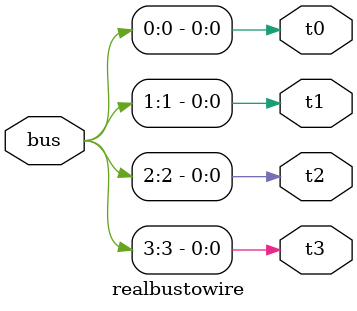
<source format=v>
module realbustowire(bus, t3, t2, t1, t0);
	input [3:0] bus;
	output t3, t2, t1, t0;
	
	assign t3 = bus[3];
	assign t2 = bus[2];
	assign t1 = bus[1];
	assign t0 = bus[0];
endmodule 
</source>
